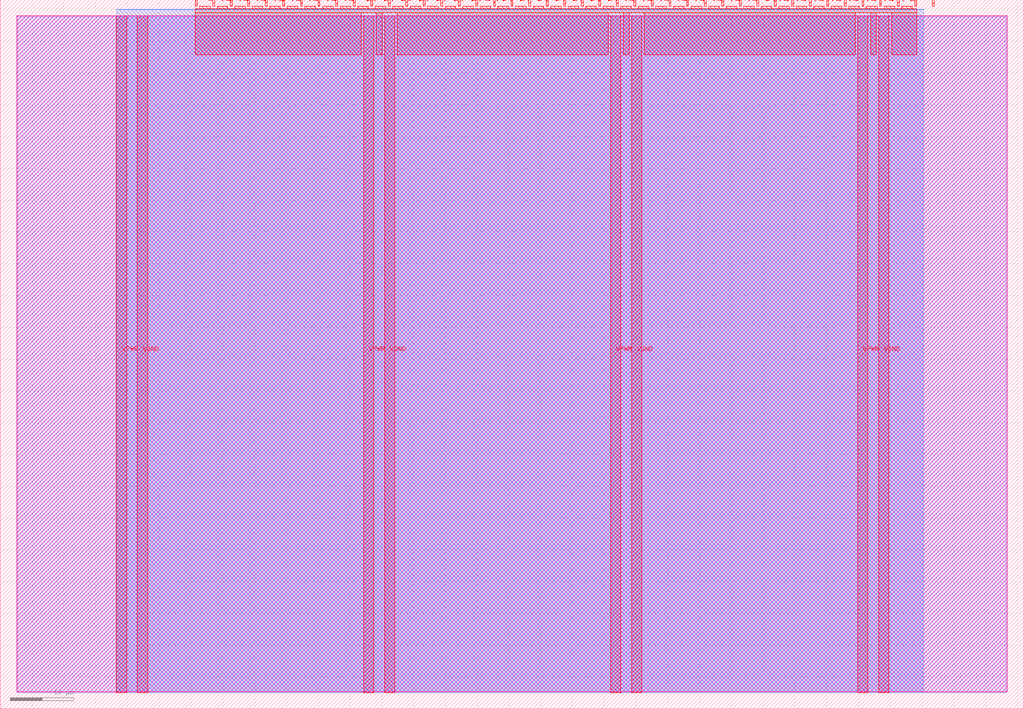
<source format=lef>
VERSION 5.7 ;
  NOWIREEXTENSIONATPIN ON ;
  DIVIDERCHAR "/" ;
  BUSBITCHARS "[]" ;
MACRO tt_um_counter_isaharp
  CLASS BLOCK ;
  FOREIGN tt_um_counter_isaharp ;
  ORIGIN 0.000 0.000 ;
  SIZE 161.000 BY 111.520 ;
  PIN VGND
    DIRECTION INOUT ;
    USE GROUND ;
    PORT
      LAYER met4 ;
        RECT 21.580 2.480 23.180 109.040 ;
    END
    PORT
      LAYER met4 ;
        RECT 60.450 2.480 62.050 109.040 ;
    END
    PORT
      LAYER met4 ;
        RECT 99.320 2.480 100.920 109.040 ;
    END
    PORT
      LAYER met4 ;
        RECT 138.190 2.480 139.790 109.040 ;
    END
  END VGND
  PIN VPWR
    DIRECTION INOUT ;
    USE POWER ;
    PORT
      LAYER met4 ;
        RECT 18.280 2.480 19.880 109.040 ;
    END
    PORT
      LAYER met4 ;
        RECT 57.150 2.480 58.750 109.040 ;
    END
    PORT
      LAYER met4 ;
        RECT 96.020 2.480 97.620 109.040 ;
    END
    PORT
      LAYER met4 ;
        RECT 134.890 2.480 136.490 109.040 ;
    END
  END VPWR
  PIN clk
    DIRECTION INPUT ;
    USE SIGNAL ;
    ANTENNAGATEAREA 0.852000 ;
    PORT
      LAYER met4 ;
        RECT 143.830 110.520 144.130 111.520 ;
    END
  END clk
  PIN ena
    DIRECTION INPUT ;
    USE SIGNAL ;
    PORT
      LAYER met4 ;
        RECT 146.590 110.520 146.890 111.520 ;
    END
  END ena
  PIN rst_n
    DIRECTION INPUT ;
    USE SIGNAL ;
    ANTENNAGATEAREA 0.126000 ;
    PORT
      LAYER met4 ;
        RECT 141.070 110.520 141.370 111.520 ;
    END
  END rst_n
  PIN ui_in[0]
    DIRECTION INPUT ;
    USE SIGNAL ;
    ANTENNAGATEAREA 0.196500 ;
    PORT
      LAYER met4 ;
        RECT 138.310 110.520 138.610 111.520 ;
    END
  END ui_in[0]
  PIN ui_in[1]
    DIRECTION INPUT ;
    USE SIGNAL ;
    PORT
      LAYER met4 ;
        RECT 135.550 110.520 135.850 111.520 ;
    END
  END ui_in[1]
  PIN ui_in[2]
    DIRECTION INPUT ;
    USE SIGNAL ;
    PORT
      LAYER met4 ;
        RECT 132.790 110.520 133.090 111.520 ;
    END
  END ui_in[2]
  PIN ui_in[3]
    DIRECTION INPUT ;
    USE SIGNAL ;
    PORT
      LAYER met4 ;
        RECT 130.030 110.520 130.330 111.520 ;
    END
  END ui_in[3]
  PIN ui_in[4]
    DIRECTION INPUT ;
    USE SIGNAL ;
    PORT
      LAYER met4 ;
        RECT 127.270 110.520 127.570 111.520 ;
    END
  END ui_in[4]
  PIN ui_in[5]
    DIRECTION INPUT ;
    USE SIGNAL ;
    PORT
      LAYER met4 ;
        RECT 124.510 110.520 124.810 111.520 ;
    END
  END ui_in[5]
  PIN ui_in[6]
    DIRECTION INPUT ;
    USE SIGNAL ;
    PORT
      LAYER met4 ;
        RECT 121.750 110.520 122.050 111.520 ;
    END
  END ui_in[6]
  PIN ui_in[7]
    DIRECTION INPUT ;
    USE SIGNAL ;
    PORT
      LAYER met4 ;
        RECT 118.990 110.520 119.290 111.520 ;
    END
  END ui_in[7]
  PIN uio_in[0]
    DIRECTION INPUT ;
    USE SIGNAL ;
    PORT
      LAYER met4 ;
        RECT 116.230 110.520 116.530 111.520 ;
    END
  END uio_in[0]
  PIN uio_in[1]
    DIRECTION INPUT ;
    USE SIGNAL ;
    PORT
      LAYER met4 ;
        RECT 113.470 110.520 113.770 111.520 ;
    END
  END uio_in[1]
  PIN uio_in[2]
    DIRECTION INPUT ;
    USE SIGNAL ;
    PORT
      LAYER met4 ;
        RECT 110.710 110.520 111.010 111.520 ;
    END
  END uio_in[2]
  PIN uio_in[3]
    DIRECTION INPUT ;
    USE SIGNAL ;
    PORT
      LAYER met4 ;
        RECT 107.950 110.520 108.250 111.520 ;
    END
  END uio_in[3]
  PIN uio_in[4]
    DIRECTION INPUT ;
    USE SIGNAL ;
    PORT
      LAYER met4 ;
        RECT 105.190 110.520 105.490 111.520 ;
    END
  END uio_in[4]
  PIN uio_in[5]
    DIRECTION INPUT ;
    USE SIGNAL ;
    PORT
      LAYER met4 ;
        RECT 102.430 110.520 102.730 111.520 ;
    END
  END uio_in[5]
  PIN uio_in[6]
    DIRECTION INPUT ;
    USE SIGNAL ;
    PORT
      LAYER met4 ;
        RECT 99.670 110.520 99.970 111.520 ;
    END
  END uio_in[6]
  PIN uio_in[7]
    DIRECTION INPUT ;
    USE SIGNAL ;
    PORT
      LAYER met4 ;
        RECT 96.910 110.520 97.210 111.520 ;
    END
  END uio_in[7]
  PIN uio_oe[0]
    DIRECTION OUTPUT ;
    USE SIGNAL ;
    PORT
      LAYER met4 ;
        RECT 49.990 110.520 50.290 111.520 ;
    END
  END uio_oe[0]
  PIN uio_oe[1]
    DIRECTION OUTPUT ;
    USE SIGNAL ;
    PORT
      LAYER met4 ;
        RECT 47.230 110.520 47.530 111.520 ;
    END
  END uio_oe[1]
  PIN uio_oe[2]
    DIRECTION OUTPUT ;
    USE SIGNAL ;
    PORT
      LAYER met4 ;
        RECT 44.470 110.520 44.770 111.520 ;
    END
  END uio_oe[2]
  PIN uio_oe[3]
    DIRECTION OUTPUT ;
    USE SIGNAL ;
    PORT
      LAYER met4 ;
        RECT 41.710 110.520 42.010 111.520 ;
    END
  END uio_oe[3]
  PIN uio_oe[4]
    DIRECTION OUTPUT ;
    USE SIGNAL ;
    PORT
      LAYER met4 ;
        RECT 38.950 110.520 39.250 111.520 ;
    END
  END uio_oe[4]
  PIN uio_oe[5]
    DIRECTION OUTPUT ;
    USE SIGNAL ;
    PORT
      LAYER met4 ;
        RECT 36.190 110.520 36.490 111.520 ;
    END
  END uio_oe[5]
  PIN uio_oe[6]
    DIRECTION OUTPUT ;
    USE SIGNAL ;
    PORT
      LAYER met4 ;
        RECT 33.430 110.520 33.730 111.520 ;
    END
  END uio_oe[6]
  PIN uio_oe[7]
    DIRECTION OUTPUT ;
    USE SIGNAL ;
    PORT
      LAYER met4 ;
        RECT 30.670 110.520 30.970 111.520 ;
    END
  END uio_oe[7]
  PIN uio_out[0]
    DIRECTION OUTPUT ;
    USE SIGNAL ;
    PORT
      LAYER met4 ;
        RECT 72.070 110.520 72.370 111.520 ;
    END
  END uio_out[0]
  PIN uio_out[1]
    DIRECTION OUTPUT ;
    USE SIGNAL ;
    PORT
      LAYER met4 ;
        RECT 69.310 110.520 69.610 111.520 ;
    END
  END uio_out[1]
  PIN uio_out[2]
    DIRECTION OUTPUT ;
    USE SIGNAL ;
    PORT
      LAYER met4 ;
        RECT 66.550 110.520 66.850 111.520 ;
    END
  END uio_out[2]
  PIN uio_out[3]
    DIRECTION OUTPUT ;
    USE SIGNAL ;
    PORT
      LAYER met4 ;
        RECT 63.790 110.520 64.090 111.520 ;
    END
  END uio_out[3]
  PIN uio_out[4]
    DIRECTION OUTPUT ;
    USE SIGNAL ;
    PORT
      LAYER met4 ;
        RECT 61.030 110.520 61.330 111.520 ;
    END
  END uio_out[4]
  PIN uio_out[5]
    DIRECTION OUTPUT ;
    USE SIGNAL ;
    PORT
      LAYER met4 ;
        RECT 58.270 110.520 58.570 111.520 ;
    END
  END uio_out[5]
  PIN uio_out[6]
    DIRECTION OUTPUT ;
    USE SIGNAL ;
    PORT
      LAYER met4 ;
        RECT 55.510 110.520 55.810 111.520 ;
    END
  END uio_out[6]
  PIN uio_out[7]
    DIRECTION OUTPUT ;
    USE SIGNAL ;
    PORT
      LAYER met4 ;
        RECT 52.750 110.520 53.050 111.520 ;
    END
  END uio_out[7]
  PIN uo_out[0]
    DIRECTION OUTPUT ;
    USE SIGNAL ;
    ANTENNADIFFAREA 0.924000 ;
    PORT
      LAYER met4 ;
        RECT 94.150 110.520 94.450 111.520 ;
    END
  END uo_out[0]
  PIN uo_out[1]
    DIRECTION OUTPUT ;
    USE SIGNAL ;
    ANTENNADIFFAREA 0.891000 ;
    PORT
      LAYER met4 ;
        RECT 91.390 110.520 91.690 111.520 ;
    END
  END uo_out[1]
  PIN uo_out[2]
    DIRECTION OUTPUT ;
    USE SIGNAL ;
    ANTENNADIFFAREA 1.443500 ;
    PORT
      LAYER met4 ;
        RECT 88.630 110.520 88.930 111.520 ;
    END
  END uo_out[2]
  PIN uo_out[3]
    DIRECTION OUTPUT ;
    USE SIGNAL ;
    ANTENNADIFFAREA 0.452000 ;
    PORT
      LAYER met4 ;
        RECT 85.870 110.520 86.170 111.520 ;
    END
  END uo_out[3]
  PIN uo_out[4]
    DIRECTION OUTPUT ;
    USE SIGNAL ;
    ANTENNADIFFAREA 0.891000 ;
    PORT
      LAYER met4 ;
        RECT 83.110 110.520 83.410 111.520 ;
    END
  END uo_out[4]
  PIN uo_out[5]
    DIRECTION OUTPUT ;
    USE SIGNAL ;
    ANTENNADIFFAREA 0.452000 ;
    PORT
      LAYER met4 ;
        RECT 80.350 110.520 80.650 111.520 ;
    END
  END uo_out[5]
  PIN uo_out[6]
    DIRECTION OUTPUT ;
    USE SIGNAL ;
    ANTENNADIFFAREA 0.891000 ;
    PORT
      LAYER met4 ;
        RECT 77.590 110.520 77.890 111.520 ;
    END
  END uo_out[6]
  PIN uo_out[7]
    DIRECTION OUTPUT ;
    USE SIGNAL ;
    PORT
      LAYER met4 ;
        RECT 74.830 110.520 75.130 111.520 ;
    END
  END uo_out[7]
  OBS
      LAYER nwell ;
        RECT 2.570 2.635 158.430 108.990 ;
      LAYER li1 ;
        RECT 2.760 2.635 158.240 108.885 ;
      LAYER met1 ;
        RECT 2.760 2.480 158.240 109.040 ;
      LAYER met2 ;
        RECT 18.310 2.535 145.270 110.005 ;
      LAYER met3 ;
        RECT 18.290 2.555 145.295 109.985 ;
      LAYER met4 ;
        RECT 31.370 110.120 33.030 110.520 ;
        RECT 34.130 110.120 35.790 110.520 ;
        RECT 36.890 110.120 38.550 110.520 ;
        RECT 39.650 110.120 41.310 110.520 ;
        RECT 42.410 110.120 44.070 110.520 ;
        RECT 45.170 110.120 46.830 110.520 ;
        RECT 47.930 110.120 49.590 110.520 ;
        RECT 50.690 110.120 52.350 110.520 ;
        RECT 53.450 110.120 55.110 110.520 ;
        RECT 56.210 110.120 57.870 110.520 ;
        RECT 58.970 110.120 60.630 110.520 ;
        RECT 61.730 110.120 63.390 110.520 ;
        RECT 64.490 110.120 66.150 110.520 ;
        RECT 67.250 110.120 68.910 110.520 ;
        RECT 70.010 110.120 71.670 110.520 ;
        RECT 72.770 110.120 74.430 110.520 ;
        RECT 75.530 110.120 77.190 110.520 ;
        RECT 78.290 110.120 79.950 110.520 ;
        RECT 81.050 110.120 82.710 110.520 ;
        RECT 83.810 110.120 85.470 110.520 ;
        RECT 86.570 110.120 88.230 110.520 ;
        RECT 89.330 110.120 90.990 110.520 ;
        RECT 92.090 110.120 93.750 110.520 ;
        RECT 94.850 110.120 96.510 110.520 ;
        RECT 97.610 110.120 99.270 110.520 ;
        RECT 100.370 110.120 102.030 110.520 ;
        RECT 103.130 110.120 104.790 110.520 ;
        RECT 105.890 110.120 107.550 110.520 ;
        RECT 108.650 110.120 110.310 110.520 ;
        RECT 111.410 110.120 113.070 110.520 ;
        RECT 114.170 110.120 115.830 110.520 ;
        RECT 116.930 110.120 118.590 110.520 ;
        RECT 119.690 110.120 121.350 110.520 ;
        RECT 122.450 110.120 124.110 110.520 ;
        RECT 125.210 110.120 126.870 110.520 ;
        RECT 127.970 110.120 129.630 110.520 ;
        RECT 130.730 110.120 132.390 110.520 ;
        RECT 133.490 110.120 135.150 110.520 ;
        RECT 136.250 110.120 137.910 110.520 ;
        RECT 139.010 110.120 140.670 110.520 ;
        RECT 141.770 110.120 143.430 110.520 ;
        RECT 30.655 109.440 144.145 110.120 ;
        RECT 30.655 102.855 56.750 109.440 ;
        RECT 59.150 102.855 60.050 109.440 ;
        RECT 62.450 102.855 95.620 109.440 ;
        RECT 98.020 102.855 98.920 109.440 ;
        RECT 101.320 102.855 134.490 109.440 ;
        RECT 136.890 102.855 137.790 109.440 ;
        RECT 140.190 102.855 144.145 109.440 ;
  END
END tt_um_counter_isaharp
END LIBRARY


</source>
